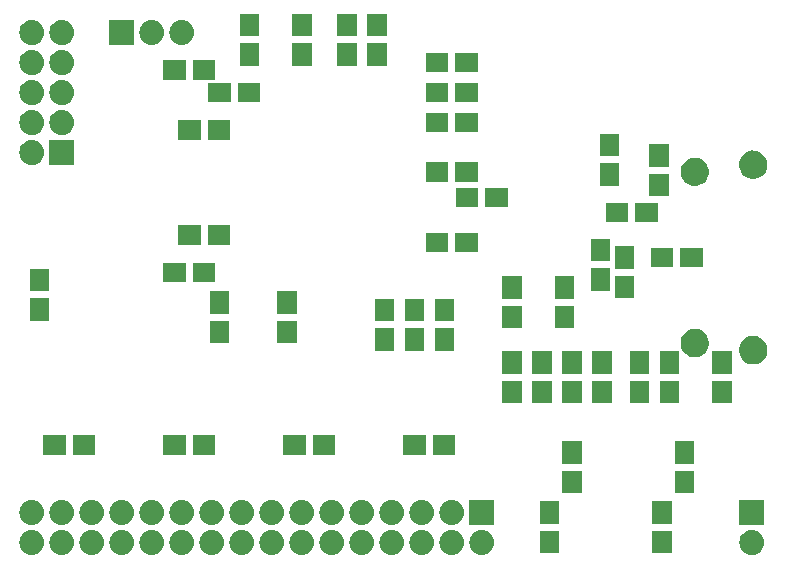
<source format=gbs>
G04 #@! TF.FileFunction,Soldermask,Bot*
%FSLAX46Y46*%
G04 Gerber Fmt 4.6, Leading zero omitted, Abs format (unit mm)*
G04 Created by KiCad (PCBNEW 4.0.4-stable) date 03/04/17 15:12:18*
%MOMM*%
%LPD*%
G01*
G04 APERTURE LIST*
%ADD10C,0.100000*%
G04 APERTURE END LIST*
D10*
G36*
X123401034Y-142476351D02*
X123401052Y-142476357D01*
X123401132Y-142476365D01*
X123596891Y-142536963D01*
X123777153Y-142634430D01*
X123935049Y-142765053D01*
X124064567Y-142923858D01*
X124160773Y-143104795D01*
X124220003Y-143300973D01*
X124240000Y-143504919D01*
X124240000Y-143515154D01*
X124239927Y-143525685D01*
X124239926Y-143525692D01*
X124239898Y-143529741D01*
X124217055Y-143733388D01*
X124155092Y-143928720D01*
X124056369Y-144108296D01*
X123924647Y-144265277D01*
X123764941Y-144393684D01*
X123583337Y-144488624D01*
X123386750Y-144546483D01*
X123386680Y-144546489D01*
X123386661Y-144546495D01*
X123182675Y-144565059D01*
X122978966Y-144543649D01*
X122978948Y-144543643D01*
X122978868Y-144543635D01*
X122783109Y-144483037D01*
X122602847Y-144385570D01*
X122444951Y-144254947D01*
X122315433Y-144096142D01*
X122219227Y-143915205D01*
X122159997Y-143719027D01*
X122140000Y-143515081D01*
X122140000Y-143504846D01*
X122140073Y-143494315D01*
X122140074Y-143494308D01*
X122140102Y-143490259D01*
X122162945Y-143286612D01*
X122224908Y-143091280D01*
X122323631Y-142911704D01*
X122455353Y-142754723D01*
X122615059Y-142626316D01*
X122796663Y-142531376D01*
X122993250Y-142473517D01*
X122993320Y-142473511D01*
X122993339Y-142473505D01*
X123197325Y-142454941D01*
X123401034Y-142476351D01*
X123401034Y-142476351D01*
G37*
G36*
X125941034Y-142476351D02*
X125941052Y-142476357D01*
X125941132Y-142476365D01*
X126136891Y-142536963D01*
X126317153Y-142634430D01*
X126475049Y-142765053D01*
X126604567Y-142923858D01*
X126700773Y-143104795D01*
X126760003Y-143300973D01*
X126780000Y-143504919D01*
X126780000Y-143515154D01*
X126779927Y-143525685D01*
X126779926Y-143525692D01*
X126779898Y-143529741D01*
X126757055Y-143733388D01*
X126695092Y-143928720D01*
X126596369Y-144108296D01*
X126464647Y-144265277D01*
X126304941Y-144393684D01*
X126123337Y-144488624D01*
X125926750Y-144546483D01*
X125926680Y-144546489D01*
X125926661Y-144546495D01*
X125722675Y-144565059D01*
X125518966Y-144543649D01*
X125518948Y-144543643D01*
X125518868Y-144543635D01*
X125323109Y-144483037D01*
X125142847Y-144385570D01*
X124984951Y-144254947D01*
X124855433Y-144096142D01*
X124759227Y-143915205D01*
X124699997Y-143719027D01*
X124680000Y-143515081D01*
X124680000Y-143504846D01*
X124680073Y-143494315D01*
X124680074Y-143494308D01*
X124680102Y-143490259D01*
X124702945Y-143286612D01*
X124764908Y-143091280D01*
X124863631Y-142911704D01*
X124995353Y-142754723D01*
X125155059Y-142626316D01*
X125336663Y-142531376D01*
X125533250Y-142473517D01*
X125533320Y-142473511D01*
X125533339Y-142473505D01*
X125737325Y-142454941D01*
X125941034Y-142476351D01*
X125941034Y-142476351D01*
G37*
G36*
X143721034Y-142476351D02*
X143721052Y-142476357D01*
X143721132Y-142476365D01*
X143916891Y-142536963D01*
X144097153Y-142634430D01*
X144255049Y-142765053D01*
X144384567Y-142923858D01*
X144480773Y-143104795D01*
X144540003Y-143300973D01*
X144560000Y-143504919D01*
X144560000Y-143515154D01*
X144559927Y-143525685D01*
X144559926Y-143525692D01*
X144559898Y-143529741D01*
X144537055Y-143733388D01*
X144475092Y-143928720D01*
X144376369Y-144108296D01*
X144244647Y-144265277D01*
X144084941Y-144393684D01*
X143903337Y-144488624D01*
X143706750Y-144546483D01*
X143706680Y-144546489D01*
X143706661Y-144546495D01*
X143502675Y-144565059D01*
X143298966Y-144543649D01*
X143298948Y-144543643D01*
X143298868Y-144543635D01*
X143103109Y-144483037D01*
X142922847Y-144385570D01*
X142764951Y-144254947D01*
X142635433Y-144096142D01*
X142539227Y-143915205D01*
X142479997Y-143719027D01*
X142460000Y-143515081D01*
X142460000Y-143504846D01*
X142460073Y-143494315D01*
X142460074Y-143494308D01*
X142460102Y-143490259D01*
X142482945Y-143286612D01*
X142544908Y-143091280D01*
X142643631Y-142911704D01*
X142775353Y-142754723D01*
X142935059Y-142626316D01*
X143116663Y-142531376D01*
X143313250Y-142473517D01*
X143313320Y-142473511D01*
X143313339Y-142473505D01*
X143517325Y-142454941D01*
X143721034Y-142476351D01*
X143721034Y-142476351D01*
G37*
G36*
X128481034Y-142476351D02*
X128481052Y-142476357D01*
X128481132Y-142476365D01*
X128676891Y-142536963D01*
X128857153Y-142634430D01*
X129015049Y-142765053D01*
X129144567Y-142923858D01*
X129240773Y-143104795D01*
X129300003Y-143300973D01*
X129320000Y-143504919D01*
X129320000Y-143515154D01*
X129319927Y-143525685D01*
X129319926Y-143525692D01*
X129319898Y-143529741D01*
X129297055Y-143733388D01*
X129235092Y-143928720D01*
X129136369Y-144108296D01*
X129004647Y-144265277D01*
X128844941Y-144393684D01*
X128663337Y-144488624D01*
X128466750Y-144546483D01*
X128466680Y-144546489D01*
X128466661Y-144546495D01*
X128262675Y-144565059D01*
X128058966Y-144543649D01*
X128058948Y-144543643D01*
X128058868Y-144543635D01*
X127863109Y-144483037D01*
X127682847Y-144385570D01*
X127524951Y-144254947D01*
X127395433Y-144096142D01*
X127299227Y-143915205D01*
X127239997Y-143719027D01*
X127220000Y-143515081D01*
X127220000Y-143504846D01*
X127220073Y-143494315D01*
X127220074Y-143494308D01*
X127220102Y-143490259D01*
X127242945Y-143286612D01*
X127304908Y-143091280D01*
X127403631Y-142911704D01*
X127535353Y-142754723D01*
X127695059Y-142626316D01*
X127876663Y-142531376D01*
X128073250Y-142473517D01*
X128073320Y-142473511D01*
X128073339Y-142473505D01*
X128277325Y-142454941D01*
X128481034Y-142476351D01*
X128481034Y-142476351D01*
G37*
G36*
X131021034Y-142476351D02*
X131021052Y-142476357D01*
X131021132Y-142476365D01*
X131216891Y-142536963D01*
X131397153Y-142634430D01*
X131555049Y-142765053D01*
X131684567Y-142923858D01*
X131780773Y-143104795D01*
X131840003Y-143300973D01*
X131860000Y-143504919D01*
X131860000Y-143515154D01*
X131859927Y-143525685D01*
X131859926Y-143525692D01*
X131859898Y-143529741D01*
X131837055Y-143733388D01*
X131775092Y-143928720D01*
X131676369Y-144108296D01*
X131544647Y-144265277D01*
X131384941Y-144393684D01*
X131203337Y-144488624D01*
X131006750Y-144546483D01*
X131006680Y-144546489D01*
X131006661Y-144546495D01*
X130802675Y-144565059D01*
X130598966Y-144543649D01*
X130598948Y-144543643D01*
X130598868Y-144543635D01*
X130403109Y-144483037D01*
X130222847Y-144385570D01*
X130064951Y-144254947D01*
X129935433Y-144096142D01*
X129839227Y-143915205D01*
X129779997Y-143719027D01*
X129760000Y-143515081D01*
X129760000Y-143504846D01*
X129760073Y-143494315D01*
X129760074Y-143494308D01*
X129760102Y-143490259D01*
X129782945Y-143286612D01*
X129844908Y-143091280D01*
X129943631Y-142911704D01*
X130075353Y-142754723D01*
X130235059Y-142626316D01*
X130416663Y-142531376D01*
X130613250Y-142473517D01*
X130613320Y-142473511D01*
X130613339Y-142473505D01*
X130817325Y-142454941D01*
X131021034Y-142476351D01*
X131021034Y-142476351D01*
G37*
G36*
X133561034Y-142476351D02*
X133561052Y-142476357D01*
X133561132Y-142476365D01*
X133756891Y-142536963D01*
X133937153Y-142634430D01*
X134095049Y-142765053D01*
X134224567Y-142923858D01*
X134320773Y-143104795D01*
X134380003Y-143300973D01*
X134400000Y-143504919D01*
X134400000Y-143515154D01*
X134399927Y-143525685D01*
X134399926Y-143525692D01*
X134399898Y-143529741D01*
X134377055Y-143733388D01*
X134315092Y-143928720D01*
X134216369Y-144108296D01*
X134084647Y-144265277D01*
X133924941Y-144393684D01*
X133743337Y-144488624D01*
X133546750Y-144546483D01*
X133546680Y-144546489D01*
X133546661Y-144546495D01*
X133342675Y-144565059D01*
X133138966Y-144543649D01*
X133138948Y-144543643D01*
X133138868Y-144543635D01*
X132943109Y-144483037D01*
X132762847Y-144385570D01*
X132604951Y-144254947D01*
X132475433Y-144096142D01*
X132379227Y-143915205D01*
X132319997Y-143719027D01*
X132300000Y-143515081D01*
X132300000Y-143504846D01*
X132300073Y-143494315D01*
X132300074Y-143494308D01*
X132300102Y-143490259D01*
X132322945Y-143286612D01*
X132384908Y-143091280D01*
X132483631Y-142911704D01*
X132615353Y-142754723D01*
X132775059Y-142626316D01*
X132956663Y-142531376D01*
X133153250Y-142473517D01*
X133153320Y-142473511D01*
X133153339Y-142473505D01*
X133357325Y-142454941D01*
X133561034Y-142476351D01*
X133561034Y-142476351D01*
G37*
G36*
X136101034Y-142476351D02*
X136101052Y-142476357D01*
X136101132Y-142476365D01*
X136296891Y-142536963D01*
X136477153Y-142634430D01*
X136635049Y-142765053D01*
X136764567Y-142923858D01*
X136860773Y-143104795D01*
X136920003Y-143300973D01*
X136940000Y-143504919D01*
X136940000Y-143515154D01*
X136939927Y-143525685D01*
X136939926Y-143525692D01*
X136939898Y-143529741D01*
X136917055Y-143733388D01*
X136855092Y-143928720D01*
X136756369Y-144108296D01*
X136624647Y-144265277D01*
X136464941Y-144393684D01*
X136283337Y-144488624D01*
X136086750Y-144546483D01*
X136086680Y-144546489D01*
X136086661Y-144546495D01*
X135882675Y-144565059D01*
X135678966Y-144543649D01*
X135678948Y-144543643D01*
X135678868Y-144543635D01*
X135483109Y-144483037D01*
X135302847Y-144385570D01*
X135144951Y-144254947D01*
X135015433Y-144096142D01*
X134919227Y-143915205D01*
X134859997Y-143719027D01*
X134840000Y-143515081D01*
X134840000Y-143504846D01*
X134840073Y-143494315D01*
X134840074Y-143494308D01*
X134840102Y-143490259D01*
X134862945Y-143286612D01*
X134924908Y-143091280D01*
X135023631Y-142911704D01*
X135155353Y-142754723D01*
X135315059Y-142626316D01*
X135496663Y-142531376D01*
X135693250Y-142473517D01*
X135693320Y-142473511D01*
X135693339Y-142473505D01*
X135897325Y-142454941D01*
X136101034Y-142476351D01*
X136101034Y-142476351D01*
G37*
G36*
X138641034Y-142476351D02*
X138641052Y-142476357D01*
X138641132Y-142476365D01*
X138836891Y-142536963D01*
X139017153Y-142634430D01*
X139175049Y-142765053D01*
X139304567Y-142923858D01*
X139400773Y-143104795D01*
X139460003Y-143300973D01*
X139480000Y-143504919D01*
X139480000Y-143515154D01*
X139479927Y-143525685D01*
X139479926Y-143525692D01*
X139479898Y-143529741D01*
X139457055Y-143733388D01*
X139395092Y-143928720D01*
X139296369Y-144108296D01*
X139164647Y-144265277D01*
X139004941Y-144393684D01*
X138823337Y-144488624D01*
X138626750Y-144546483D01*
X138626680Y-144546489D01*
X138626661Y-144546495D01*
X138422675Y-144565059D01*
X138218966Y-144543649D01*
X138218948Y-144543643D01*
X138218868Y-144543635D01*
X138023109Y-144483037D01*
X137842847Y-144385570D01*
X137684951Y-144254947D01*
X137555433Y-144096142D01*
X137459227Y-143915205D01*
X137399997Y-143719027D01*
X137380000Y-143515081D01*
X137380000Y-143504846D01*
X137380073Y-143494315D01*
X137380074Y-143494308D01*
X137380102Y-143490259D01*
X137402945Y-143286612D01*
X137464908Y-143091280D01*
X137563631Y-142911704D01*
X137695353Y-142754723D01*
X137855059Y-142626316D01*
X138036663Y-142531376D01*
X138233250Y-142473517D01*
X138233320Y-142473511D01*
X138233339Y-142473505D01*
X138437325Y-142454941D01*
X138641034Y-142476351D01*
X138641034Y-142476351D01*
G37*
G36*
X141181034Y-142476351D02*
X141181052Y-142476357D01*
X141181132Y-142476365D01*
X141376891Y-142536963D01*
X141557153Y-142634430D01*
X141715049Y-142765053D01*
X141844567Y-142923858D01*
X141940773Y-143104795D01*
X142000003Y-143300973D01*
X142020000Y-143504919D01*
X142020000Y-143515154D01*
X142019927Y-143525685D01*
X142019926Y-143525692D01*
X142019898Y-143529741D01*
X141997055Y-143733388D01*
X141935092Y-143928720D01*
X141836369Y-144108296D01*
X141704647Y-144265277D01*
X141544941Y-144393684D01*
X141363337Y-144488624D01*
X141166750Y-144546483D01*
X141166680Y-144546489D01*
X141166661Y-144546495D01*
X140962675Y-144565059D01*
X140758966Y-144543649D01*
X140758948Y-144543643D01*
X140758868Y-144543635D01*
X140563109Y-144483037D01*
X140382847Y-144385570D01*
X140224951Y-144254947D01*
X140095433Y-144096142D01*
X139999227Y-143915205D01*
X139939997Y-143719027D01*
X139920000Y-143515081D01*
X139920000Y-143504846D01*
X139920073Y-143494315D01*
X139920074Y-143494308D01*
X139920102Y-143490259D01*
X139942945Y-143286612D01*
X140004908Y-143091280D01*
X140103631Y-142911704D01*
X140235353Y-142754723D01*
X140395059Y-142626316D01*
X140576663Y-142531376D01*
X140773250Y-142473517D01*
X140773320Y-142473511D01*
X140773339Y-142473505D01*
X140977325Y-142454941D01*
X141181034Y-142476351D01*
X141181034Y-142476351D01*
G37*
G36*
X148801034Y-142476351D02*
X148801052Y-142476357D01*
X148801132Y-142476365D01*
X148996891Y-142536963D01*
X149177153Y-142634430D01*
X149335049Y-142765053D01*
X149464567Y-142923858D01*
X149560773Y-143104795D01*
X149620003Y-143300973D01*
X149640000Y-143504919D01*
X149640000Y-143515154D01*
X149639927Y-143525685D01*
X149639926Y-143525692D01*
X149639898Y-143529741D01*
X149617055Y-143733388D01*
X149555092Y-143928720D01*
X149456369Y-144108296D01*
X149324647Y-144265277D01*
X149164941Y-144393684D01*
X148983337Y-144488624D01*
X148786750Y-144546483D01*
X148786680Y-144546489D01*
X148786661Y-144546495D01*
X148582675Y-144565059D01*
X148378966Y-144543649D01*
X148378948Y-144543643D01*
X148378868Y-144543635D01*
X148183109Y-144483037D01*
X148002847Y-144385570D01*
X147844951Y-144254947D01*
X147715433Y-144096142D01*
X147619227Y-143915205D01*
X147559997Y-143719027D01*
X147540000Y-143515081D01*
X147540000Y-143504846D01*
X147540073Y-143494315D01*
X147540074Y-143494308D01*
X147540102Y-143490259D01*
X147562945Y-143286612D01*
X147624908Y-143091280D01*
X147723631Y-142911704D01*
X147855353Y-142754723D01*
X148015059Y-142626316D01*
X148196663Y-142531376D01*
X148393250Y-142473517D01*
X148393320Y-142473511D01*
X148393339Y-142473505D01*
X148597325Y-142454941D01*
X148801034Y-142476351D01*
X148801034Y-142476351D01*
G37*
G36*
X146261034Y-142476351D02*
X146261052Y-142476357D01*
X146261132Y-142476365D01*
X146456891Y-142536963D01*
X146637153Y-142634430D01*
X146795049Y-142765053D01*
X146924567Y-142923858D01*
X147020773Y-143104795D01*
X147080003Y-143300973D01*
X147100000Y-143504919D01*
X147100000Y-143515154D01*
X147099927Y-143525685D01*
X147099926Y-143525692D01*
X147099898Y-143529741D01*
X147077055Y-143733388D01*
X147015092Y-143928720D01*
X146916369Y-144108296D01*
X146784647Y-144265277D01*
X146624941Y-144393684D01*
X146443337Y-144488624D01*
X146246750Y-144546483D01*
X146246680Y-144546489D01*
X146246661Y-144546495D01*
X146042675Y-144565059D01*
X145838966Y-144543649D01*
X145838948Y-144543643D01*
X145838868Y-144543635D01*
X145643109Y-144483037D01*
X145462847Y-144385570D01*
X145304951Y-144254947D01*
X145175433Y-144096142D01*
X145079227Y-143915205D01*
X145019997Y-143719027D01*
X145000000Y-143515081D01*
X145000000Y-143504846D01*
X145000073Y-143494315D01*
X145000074Y-143494308D01*
X145000102Y-143490259D01*
X145022945Y-143286612D01*
X145084908Y-143091280D01*
X145183631Y-142911704D01*
X145315353Y-142754723D01*
X145475059Y-142626316D01*
X145656663Y-142531376D01*
X145853250Y-142473517D01*
X145853320Y-142473511D01*
X145853339Y-142473505D01*
X146057325Y-142454941D01*
X146261034Y-142476351D01*
X146261034Y-142476351D01*
G37*
G36*
X161501034Y-142476351D02*
X161501052Y-142476357D01*
X161501132Y-142476365D01*
X161696891Y-142536963D01*
X161877153Y-142634430D01*
X162035049Y-142765053D01*
X162164567Y-142923858D01*
X162260773Y-143104795D01*
X162320003Y-143300973D01*
X162340000Y-143504919D01*
X162340000Y-143515154D01*
X162339927Y-143525685D01*
X162339926Y-143525692D01*
X162339898Y-143529741D01*
X162317055Y-143733388D01*
X162255092Y-143928720D01*
X162156369Y-144108296D01*
X162024647Y-144265277D01*
X161864941Y-144393684D01*
X161683337Y-144488624D01*
X161486750Y-144546483D01*
X161486680Y-144546489D01*
X161486661Y-144546495D01*
X161282675Y-144565059D01*
X161078966Y-144543649D01*
X161078948Y-144543643D01*
X161078868Y-144543635D01*
X160883109Y-144483037D01*
X160702847Y-144385570D01*
X160544951Y-144254947D01*
X160415433Y-144096142D01*
X160319227Y-143915205D01*
X160259997Y-143719027D01*
X160240000Y-143515081D01*
X160240000Y-143504846D01*
X160240073Y-143494315D01*
X160240074Y-143494308D01*
X160240102Y-143490259D01*
X160262945Y-143286612D01*
X160324908Y-143091280D01*
X160423631Y-142911704D01*
X160555353Y-142754723D01*
X160715059Y-142626316D01*
X160896663Y-142531376D01*
X161093250Y-142473517D01*
X161093320Y-142473511D01*
X161093339Y-142473505D01*
X161297325Y-142454941D01*
X161501034Y-142476351D01*
X161501034Y-142476351D01*
G37*
G36*
X158961034Y-142476351D02*
X158961052Y-142476357D01*
X158961132Y-142476365D01*
X159156891Y-142536963D01*
X159337153Y-142634430D01*
X159495049Y-142765053D01*
X159624567Y-142923858D01*
X159720773Y-143104795D01*
X159780003Y-143300973D01*
X159800000Y-143504919D01*
X159800000Y-143515154D01*
X159799927Y-143525685D01*
X159799926Y-143525692D01*
X159799898Y-143529741D01*
X159777055Y-143733388D01*
X159715092Y-143928720D01*
X159616369Y-144108296D01*
X159484647Y-144265277D01*
X159324941Y-144393684D01*
X159143337Y-144488624D01*
X158946750Y-144546483D01*
X158946680Y-144546489D01*
X158946661Y-144546495D01*
X158742675Y-144565059D01*
X158538966Y-144543649D01*
X158538948Y-144543643D01*
X158538868Y-144543635D01*
X158343109Y-144483037D01*
X158162847Y-144385570D01*
X158004951Y-144254947D01*
X157875433Y-144096142D01*
X157779227Y-143915205D01*
X157719997Y-143719027D01*
X157700000Y-143515081D01*
X157700000Y-143504846D01*
X157700073Y-143494315D01*
X157700074Y-143494308D01*
X157700102Y-143490259D01*
X157722945Y-143286612D01*
X157784908Y-143091280D01*
X157883631Y-142911704D01*
X158015353Y-142754723D01*
X158175059Y-142626316D01*
X158356663Y-142531376D01*
X158553250Y-142473517D01*
X158553320Y-142473511D01*
X158553339Y-142473505D01*
X158757325Y-142454941D01*
X158961034Y-142476351D01*
X158961034Y-142476351D01*
G37*
G36*
X153881034Y-142476351D02*
X153881052Y-142476357D01*
X153881132Y-142476365D01*
X154076891Y-142536963D01*
X154257153Y-142634430D01*
X154415049Y-142765053D01*
X154544567Y-142923858D01*
X154640773Y-143104795D01*
X154700003Y-143300973D01*
X154720000Y-143504919D01*
X154720000Y-143515154D01*
X154719927Y-143525685D01*
X154719926Y-143525692D01*
X154719898Y-143529741D01*
X154697055Y-143733388D01*
X154635092Y-143928720D01*
X154536369Y-144108296D01*
X154404647Y-144265277D01*
X154244941Y-144393684D01*
X154063337Y-144488624D01*
X153866750Y-144546483D01*
X153866680Y-144546489D01*
X153866661Y-144546495D01*
X153662675Y-144565059D01*
X153458966Y-144543649D01*
X153458948Y-144543643D01*
X153458868Y-144543635D01*
X153263109Y-144483037D01*
X153082847Y-144385570D01*
X152924951Y-144254947D01*
X152795433Y-144096142D01*
X152699227Y-143915205D01*
X152639997Y-143719027D01*
X152620000Y-143515081D01*
X152620000Y-143504846D01*
X152620073Y-143494315D01*
X152620074Y-143494308D01*
X152620102Y-143490259D01*
X152642945Y-143286612D01*
X152704908Y-143091280D01*
X152803631Y-142911704D01*
X152935353Y-142754723D01*
X153095059Y-142626316D01*
X153276663Y-142531376D01*
X153473250Y-142473517D01*
X153473320Y-142473511D01*
X153473339Y-142473505D01*
X153677325Y-142454941D01*
X153881034Y-142476351D01*
X153881034Y-142476351D01*
G37*
G36*
X151341034Y-142476351D02*
X151341052Y-142476357D01*
X151341132Y-142476365D01*
X151536891Y-142536963D01*
X151717153Y-142634430D01*
X151875049Y-142765053D01*
X152004567Y-142923858D01*
X152100773Y-143104795D01*
X152160003Y-143300973D01*
X152180000Y-143504919D01*
X152180000Y-143515154D01*
X152179927Y-143525685D01*
X152179926Y-143525692D01*
X152179898Y-143529741D01*
X152157055Y-143733388D01*
X152095092Y-143928720D01*
X151996369Y-144108296D01*
X151864647Y-144265277D01*
X151704941Y-144393684D01*
X151523337Y-144488624D01*
X151326750Y-144546483D01*
X151326680Y-144546489D01*
X151326661Y-144546495D01*
X151122675Y-144565059D01*
X150918966Y-144543649D01*
X150918948Y-144543643D01*
X150918868Y-144543635D01*
X150723109Y-144483037D01*
X150542847Y-144385570D01*
X150384951Y-144254947D01*
X150255433Y-144096142D01*
X150159227Y-143915205D01*
X150099997Y-143719027D01*
X150080000Y-143515081D01*
X150080000Y-143504846D01*
X150080073Y-143494315D01*
X150080074Y-143494308D01*
X150080102Y-143490259D01*
X150102945Y-143286612D01*
X150164908Y-143091280D01*
X150263631Y-142911704D01*
X150395353Y-142754723D01*
X150555059Y-142626316D01*
X150736663Y-142531376D01*
X150933250Y-142473517D01*
X150933320Y-142473511D01*
X150933339Y-142473505D01*
X151137325Y-142454941D01*
X151341034Y-142476351D01*
X151341034Y-142476351D01*
G37*
G36*
X156421034Y-142476351D02*
X156421052Y-142476357D01*
X156421132Y-142476365D01*
X156616891Y-142536963D01*
X156797153Y-142634430D01*
X156955049Y-142765053D01*
X157084567Y-142923858D01*
X157180773Y-143104795D01*
X157240003Y-143300973D01*
X157260000Y-143504919D01*
X157260000Y-143515154D01*
X157259927Y-143525685D01*
X157259926Y-143525692D01*
X157259898Y-143529741D01*
X157237055Y-143733388D01*
X157175092Y-143928720D01*
X157076369Y-144108296D01*
X156944647Y-144265277D01*
X156784941Y-144393684D01*
X156603337Y-144488624D01*
X156406750Y-144546483D01*
X156406680Y-144546489D01*
X156406661Y-144546495D01*
X156202675Y-144565059D01*
X155998966Y-144543649D01*
X155998948Y-144543643D01*
X155998868Y-144543635D01*
X155803109Y-144483037D01*
X155622847Y-144385570D01*
X155464951Y-144254947D01*
X155335433Y-144096142D01*
X155239227Y-143915205D01*
X155179997Y-143719027D01*
X155160000Y-143515081D01*
X155160000Y-143504846D01*
X155160073Y-143494315D01*
X155160074Y-143494308D01*
X155160102Y-143490259D01*
X155182945Y-143286612D01*
X155244908Y-143091280D01*
X155343631Y-142911704D01*
X155475353Y-142754723D01*
X155635059Y-142626316D01*
X155816663Y-142531376D01*
X156013250Y-142473517D01*
X156013320Y-142473511D01*
X156013339Y-142473505D01*
X156217325Y-142454941D01*
X156421034Y-142476351D01*
X156421034Y-142476351D01*
G37*
G36*
X184165685Y-142460073D02*
X184165692Y-142460074D01*
X184169741Y-142460102D01*
X184373388Y-142482945D01*
X184568720Y-142544908D01*
X184748296Y-142643631D01*
X184905277Y-142775353D01*
X185033684Y-142935059D01*
X185128624Y-143116663D01*
X185186483Y-143313250D01*
X185186489Y-143313320D01*
X185186495Y-143313339D01*
X185205059Y-143517325D01*
X185183649Y-143721034D01*
X185183643Y-143721052D01*
X185183635Y-143721132D01*
X185123037Y-143916891D01*
X185025570Y-144097153D01*
X184894947Y-144255049D01*
X184736142Y-144384567D01*
X184555205Y-144480773D01*
X184359027Y-144540003D01*
X184155081Y-144560000D01*
X184144846Y-144560000D01*
X184134315Y-144559927D01*
X184134308Y-144559926D01*
X184130259Y-144559898D01*
X183926612Y-144537055D01*
X183731280Y-144475092D01*
X183551704Y-144376369D01*
X183394723Y-144244647D01*
X183266316Y-144084941D01*
X183171376Y-143903337D01*
X183113517Y-143706750D01*
X183113511Y-143706680D01*
X183113505Y-143706661D01*
X183094941Y-143502675D01*
X183116351Y-143298966D01*
X183116357Y-143298948D01*
X183116365Y-143298868D01*
X183176963Y-143103109D01*
X183274430Y-142922847D01*
X183405053Y-142764951D01*
X183563858Y-142635433D01*
X183744795Y-142539227D01*
X183940973Y-142479997D01*
X184144919Y-142460000D01*
X184155154Y-142460000D01*
X184165685Y-142460073D01*
X184165685Y-142460073D01*
G37*
G36*
X167830000Y-144440000D02*
X166180000Y-144440000D01*
X166180000Y-142540000D01*
X167830000Y-142540000D01*
X167830000Y-144440000D01*
X167830000Y-144440000D01*
G37*
G36*
X177355000Y-144440000D02*
X175705000Y-144440000D01*
X175705000Y-142540000D01*
X177355000Y-142540000D01*
X177355000Y-144440000D01*
X177355000Y-144440000D01*
G37*
G36*
X138641034Y-139936351D02*
X138641052Y-139936357D01*
X138641132Y-139936365D01*
X138836891Y-139996963D01*
X139017153Y-140094430D01*
X139175049Y-140225053D01*
X139304567Y-140383858D01*
X139400773Y-140564795D01*
X139460003Y-140760973D01*
X139480000Y-140964919D01*
X139480000Y-140975154D01*
X139479927Y-140985685D01*
X139479926Y-140985692D01*
X139479898Y-140989741D01*
X139457055Y-141193388D01*
X139395092Y-141388720D01*
X139296369Y-141568296D01*
X139164647Y-141725277D01*
X139004941Y-141853684D01*
X138823337Y-141948624D01*
X138626750Y-142006483D01*
X138626680Y-142006489D01*
X138626661Y-142006495D01*
X138422675Y-142025059D01*
X138218966Y-142003649D01*
X138218948Y-142003643D01*
X138218868Y-142003635D01*
X138023109Y-141943037D01*
X137842847Y-141845570D01*
X137684951Y-141714947D01*
X137555433Y-141556142D01*
X137459227Y-141375205D01*
X137399997Y-141179027D01*
X137380000Y-140975081D01*
X137380000Y-140964846D01*
X137380073Y-140954315D01*
X137380074Y-140954308D01*
X137380102Y-140950259D01*
X137402945Y-140746612D01*
X137464908Y-140551280D01*
X137563631Y-140371704D01*
X137695353Y-140214723D01*
X137855059Y-140086316D01*
X138036663Y-139991376D01*
X138233250Y-139933517D01*
X138233320Y-139933511D01*
X138233339Y-139933505D01*
X138437325Y-139914941D01*
X138641034Y-139936351D01*
X138641034Y-139936351D01*
G37*
G36*
X158961034Y-139936351D02*
X158961052Y-139936357D01*
X158961132Y-139936365D01*
X159156891Y-139996963D01*
X159337153Y-140094430D01*
X159495049Y-140225053D01*
X159624567Y-140383858D01*
X159720773Y-140564795D01*
X159780003Y-140760973D01*
X159800000Y-140964919D01*
X159800000Y-140975154D01*
X159799927Y-140985685D01*
X159799926Y-140985692D01*
X159799898Y-140989741D01*
X159777055Y-141193388D01*
X159715092Y-141388720D01*
X159616369Y-141568296D01*
X159484647Y-141725277D01*
X159324941Y-141853684D01*
X159143337Y-141948624D01*
X158946750Y-142006483D01*
X158946680Y-142006489D01*
X158946661Y-142006495D01*
X158742675Y-142025059D01*
X158538966Y-142003649D01*
X158538948Y-142003643D01*
X158538868Y-142003635D01*
X158343109Y-141943037D01*
X158162847Y-141845570D01*
X158004951Y-141714947D01*
X157875433Y-141556142D01*
X157779227Y-141375205D01*
X157719997Y-141179027D01*
X157700000Y-140975081D01*
X157700000Y-140964846D01*
X157700073Y-140954315D01*
X157700074Y-140954308D01*
X157700102Y-140950259D01*
X157722945Y-140746612D01*
X157784908Y-140551280D01*
X157883631Y-140371704D01*
X158015353Y-140214723D01*
X158175059Y-140086316D01*
X158356663Y-139991376D01*
X158553250Y-139933517D01*
X158553320Y-139933511D01*
X158553339Y-139933505D01*
X158757325Y-139914941D01*
X158961034Y-139936351D01*
X158961034Y-139936351D01*
G37*
G36*
X153881034Y-139936351D02*
X153881052Y-139936357D01*
X153881132Y-139936365D01*
X154076891Y-139996963D01*
X154257153Y-140094430D01*
X154415049Y-140225053D01*
X154544567Y-140383858D01*
X154640773Y-140564795D01*
X154700003Y-140760973D01*
X154720000Y-140964919D01*
X154720000Y-140975154D01*
X154719927Y-140985685D01*
X154719926Y-140985692D01*
X154719898Y-140989741D01*
X154697055Y-141193388D01*
X154635092Y-141388720D01*
X154536369Y-141568296D01*
X154404647Y-141725277D01*
X154244941Y-141853684D01*
X154063337Y-141948624D01*
X153866750Y-142006483D01*
X153866680Y-142006489D01*
X153866661Y-142006495D01*
X153662675Y-142025059D01*
X153458966Y-142003649D01*
X153458948Y-142003643D01*
X153458868Y-142003635D01*
X153263109Y-141943037D01*
X153082847Y-141845570D01*
X152924951Y-141714947D01*
X152795433Y-141556142D01*
X152699227Y-141375205D01*
X152639997Y-141179027D01*
X152620000Y-140975081D01*
X152620000Y-140964846D01*
X152620073Y-140954315D01*
X152620074Y-140954308D01*
X152620102Y-140950259D01*
X152642945Y-140746612D01*
X152704908Y-140551280D01*
X152803631Y-140371704D01*
X152935353Y-140214723D01*
X153095059Y-140086316D01*
X153276663Y-139991376D01*
X153473250Y-139933517D01*
X153473320Y-139933511D01*
X153473339Y-139933505D01*
X153677325Y-139914941D01*
X153881034Y-139936351D01*
X153881034Y-139936351D01*
G37*
G36*
X151341034Y-139936351D02*
X151341052Y-139936357D01*
X151341132Y-139936365D01*
X151536891Y-139996963D01*
X151717153Y-140094430D01*
X151875049Y-140225053D01*
X152004567Y-140383858D01*
X152100773Y-140564795D01*
X152160003Y-140760973D01*
X152180000Y-140964919D01*
X152180000Y-140975154D01*
X152179927Y-140985685D01*
X152179926Y-140985692D01*
X152179898Y-140989741D01*
X152157055Y-141193388D01*
X152095092Y-141388720D01*
X151996369Y-141568296D01*
X151864647Y-141725277D01*
X151704941Y-141853684D01*
X151523337Y-141948624D01*
X151326750Y-142006483D01*
X151326680Y-142006489D01*
X151326661Y-142006495D01*
X151122675Y-142025059D01*
X150918966Y-142003649D01*
X150918948Y-142003643D01*
X150918868Y-142003635D01*
X150723109Y-141943037D01*
X150542847Y-141845570D01*
X150384951Y-141714947D01*
X150255433Y-141556142D01*
X150159227Y-141375205D01*
X150099997Y-141179027D01*
X150080000Y-140975081D01*
X150080000Y-140964846D01*
X150080073Y-140954315D01*
X150080074Y-140954308D01*
X150080102Y-140950259D01*
X150102945Y-140746612D01*
X150164908Y-140551280D01*
X150263631Y-140371704D01*
X150395353Y-140214723D01*
X150555059Y-140086316D01*
X150736663Y-139991376D01*
X150933250Y-139933517D01*
X150933320Y-139933511D01*
X150933339Y-139933505D01*
X151137325Y-139914941D01*
X151341034Y-139936351D01*
X151341034Y-139936351D01*
G37*
G36*
X148801034Y-139936351D02*
X148801052Y-139936357D01*
X148801132Y-139936365D01*
X148996891Y-139996963D01*
X149177153Y-140094430D01*
X149335049Y-140225053D01*
X149464567Y-140383858D01*
X149560773Y-140564795D01*
X149620003Y-140760973D01*
X149640000Y-140964919D01*
X149640000Y-140975154D01*
X149639927Y-140985685D01*
X149639926Y-140985692D01*
X149639898Y-140989741D01*
X149617055Y-141193388D01*
X149555092Y-141388720D01*
X149456369Y-141568296D01*
X149324647Y-141725277D01*
X149164941Y-141853684D01*
X148983337Y-141948624D01*
X148786750Y-142006483D01*
X148786680Y-142006489D01*
X148786661Y-142006495D01*
X148582675Y-142025059D01*
X148378966Y-142003649D01*
X148378948Y-142003643D01*
X148378868Y-142003635D01*
X148183109Y-141943037D01*
X148002847Y-141845570D01*
X147844951Y-141714947D01*
X147715433Y-141556142D01*
X147619227Y-141375205D01*
X147559997Y-141179027D01*
X147540000Y-140975081D01*
X147540000Y-140964846D01*
X147540073Y-140954315D01*
X147540074Y-140954308D01*
X147540102Y-140950259D01*
X147562945Y-140746612D01*
X147624908Y-140551280D01*
X147723631Y-140371704D01*
X147855353Y-140214723D01*
X148015059Y-140086316D01*
X148196663Y-139991376D01*
X148393250Y-139933517D01*
X148393320Y-139933511D01*
X148393339Y-139933505D01*
X148597325Y-139914941D01*
X148801034Y-139936351D01*
X148801034Y-139936351D01*
G37*
G36*
X146261034Y-139936351D02*
X146261052Y-139936357D01*
X146261132Y-139936365D01*
X146456891Y-139996963D01*
X146637153Y-140094430D01*
X146795049Y-140225053D01*
X146924567Y-140383858D01*
X147020773Y-140564795D01*
X147080003Y-140760973D01*
X147100000Y-140964919D01*
X147100000Y-140975154D01*
X147099927Y-140985685D01*
X147099926Y-140985692D01*
X147099898Y-140989741D01*
X147077055Y-141193388D01*
X147015092Y-141388720D01*
X146916369Y-141568296D01*
X146784647Y-141725277D01*
X146624941Y-141853684D01*
X146443337Y-141948624D01*
X146246750Y-142006483D01*
X146246680Y-142006489D01*
X146246661Y-142006495D01*
X146042675Y-142025059D01*
X145838966Y-142003649D01*
X145838948Y-142003643D01*
X145838868Y-142003635D01*
X145643109Y-141943037D01*
X145462847Y-141845570D01*
X145304951Y-141714947D01*
X145175433Y-141556142D01*
X145079227Y-141375205D01*
X145019997Y-141179027D01*
X145000000Y-140975081D01*
X145000000Y-140964846D01*
X145000073Y-140954315D01*
X145000074Y-140954308D01*
X145000102Y-140950259D01*
X145022945Y-140746612D01*
X145084908Y-140551280D01*
X145183631Y-140371704D01*
X145315353Y-140214723D01*
X145475059Y-140086316D01*
X145656663Y-139991376D01*
X145853250Y-139933517D01*
X145853320Y-139933511D01*
X145853339Y-139933505D01*
X146057325Y-139914941D01*
X146261034Y-139936351D01*
X146261034Y-139936351D01*
G37*
G36*
X156421034Y-139936351D02*
X156421052Y-139936357D01*
X156421132Y-139936365D01*
X156616891Y-139996963D01*
X156797153Y-140094430D01*
X156955049Y-140225053D01*
X157084567Y-140383858D01*
X157180773Y-140564795D01*
X157240003Y-140760973D01*
X157260000Y-140964919D01*
X157260000Y-140975154D01*
X157259927Y-140985685D01*
X157259926Y-140985692D01*
X157259898Y-140989741D01*
X157237055Y-141193388D01*
X157175092Y-141388720D01*
X157076369Y-141568296D01*
X156944647Y-141725277D01*
X156784941Y-141853684D01*
X156603337Y-141948624D01*
X156406750Y-142006483D01*
X156406680Y-142006489D01*
X156406661Y-142006495D01*
X156202675Y-142025059D01*
X155998966Y-142003649D01*
X155998948Y-142003643D01*
X155998868Y-142003635D01*
X155803109Y-141943037D01*
X155622847Y-141845570D01*
X155464951Y-141714947D01*
X155335433Y-141556142D01*
X155239227Y-141375205D01*
X155179997Y-141179027D01*
X155160000Y-140975081D01*
X155160000Y-140964846D01*
X155160073Y-140954315D01*
X155160074Y-140954308D01*
X155160102Y-140950259D01*
X155182945Y-140746612D01*
X155244908Y-140551280D01*
X155343631Y-140371704D01*
X155475353Y-140214723D01*
X155635059Y-140086316D01*
X155816663Y-139991376D01*
X156013250Y-139933517D01*
X156013320Y-139933511D01*
X156013339Y-139933505D01*
X156217325Y-139914941D01*
X156421034Y-139936351D01*
X156421034Y-139936351D01*
G37*
G36*
X143721034Y-139936351D02*
X143721052Y-139936357D01*
X143721132Y-139936365D01*
X143916891Y-139996963D01*
X144097153Y-140094430D01*
X144255049Y-140225053D01*
X144384567Y-140383858D01*
X144480773Y-140564795D01*
X144540003Y-140760973D01*
X144560000Y-140964919D01*
X144560000Y-140975154D01*
X144559927Y-140985685D01*
X144559926Y-140985692D01*
X144559898Y-140989741D01*
X144537055Y-141193388D01*
X144475092Y-141388720D01*
X144376369Y-141568296D01*
X144244647Y-141725277D01*
X144084941Y-141853684D01*
X143903337Y-141948624D01*
X143706750Y-142006483D01*
X143706680Y-142006489D01*
X143706661Y-142006495D01*
X143502675Y-142025059D01*
X143298966Y-142003649D01*
X143298948Y-142003643D01*
X143298868Y-142003635D01*
X143103109Y-141943037D01*
X142922847Y-141845570D01*
X142764951Y-141714947D01*
X142635433Y-141556142D01*
X142539227Y-141375205D01*
X142479997Y-141179027D01*
X142460000Y-140975081D01*
X142460000Y-140964846D01*
X142460073Y-140954315D01*
X142460074Y-140954308D01*
X142460102Y-140950259D01*
X142482945Y-140746612D01*
X142544908Y-140551280D01*
X142643631Y-140371704D01*
X142775353Y-140214723D01*
X142935059Y-140086316D01*
X143116663Y-139991376D01*
X143313250Y-139933517D01*
X143313320Y-139933511D01*
X143313339Y-139933505D01*
X143517325Y-139914941D01*
X143721034Y-139936351D01*
X143721034Y-139936351D01*
G37*
G36*
X136101034Y-139936351D02*
X136101052Y-139936357D01*
X136101132Y-139936365D01*
X136296891Y-139996963D01*
X136477153Y-140094430D01*
X136635049Y-140225053D01*
X136764567Y-140383858D01*
X136860773Y-140564795D01*
X136920003Y-140760973D01*
X136940000Y-140964919D01*
X136940000Y-140975154D01*
X136939927Y-140985685D01*
X136939926Y-140985692D01*
X136939898Y-140989741D01*
X136917055Y-141193388D01*
X136855092Y-141388720D01*
X136756369Y-141568296D01*
X136624647Y-141725277D01*
X136464941Y-141853684D01*
X136283337Y-141948624D01*
X136086750Y-142006483D01*
X136086680Y-142006489D01*
X136086661Y-142006495D01*
X135882675Y-142025059D01*
X135678966Y-142003649D01*
X135678948Y-142003643D01*
X135678868Y-142003635D01*
X135483109Y-141943037D01*
X135302847Y-141845570D01*
X135144951Y-141714947D01*
X135015433Y-141556142D01*
X134919227Y-141375205D01*
X134859997Y-141179027D01*
X134840000Y-140975081D01*
X134840000Y-140964846D01*
X134840073Y-140954315D01*
X134840074Y-140954308D01*
X134840102Y-140950259D01*
X134862945Y-140746612D01*
X134924908Y-140551280D01*
X135023631Y-140371704D01*
X135155353Y-140214723D01*
X135315059Y-140086316D01*
X135496663Y-139991376D01*
X135693250Y-139933517D01*
X135693320Y-139933511D01*
X135693339Y-139933505D01*
X135897325Y-139914941D01*
X136101034Y-139936351D01*
X136101034Y-139936351D01*
G37*
G36*
X133561034Y-139936351D02*
X133561052Y-139936357D01*
X133561132Y-139936365D01*
X133756891Y-139996963D01*
X133937153Y-140094430D01*
X134095049Y-140225053D01*
X134224567Y-140383858D01*
X134320773Y-140564795D01*
X134380003Y-140760973D01*
X134400000Y-140964919D01*
X134400000Y-140975154D01*
X134399927Y-140985685D01*
X134399926Y-140985692D01*
X134399898Y-140989741D01*
X134377055Y-141193388D01*
X134315092Y-141388720D01*
X134216369Y-141568296D01*
X134084647Y-141725277D01*
X133924941Y-141853684D01*
X133743337Y-141948624D01*
X133546750Y-142006483D01*
X133546680Y-142006489D01*
X133546661Y-142006495D01*
X133342675Y-142025059D01*
X133138966Y-142003649D01*
X133138948Y-142003643D01*
X133138868Y-142003635D01*
X132943109Y-141943037D01*
X132762847Y-141845570D01*
X132604951Y-141714947D01*
X132475433Y-141556142D01*
X132379227Y-141375205D01*
X132319997Y-141179027D01*
X132300000Y-140975081D01*
X132300000Y-140964846D01*
X132300073Y-140954315D01*
X132300074Y-140954308D01*
X132300102Y-140950259D01*
X132322945Y-140746612D01*
X132384908Y-140551280D01*
X132483631Y-140371704D01*
X132615353Y-140214723D01*
X132775059Y-140086316D01*
X132956663Y-139991376D01*
X133153250Y-139933517D01*
X133153320Y-139933511D01*
X133153339Y-139933505D01*
X133357325Y-139914941D01*
X133561034Y-139936351D01*
X133561034Y-139936351D01*
G37*
G36*
X131021034Y-139936351D02*
X131021052Y-139936357D01*
X131021132Y-139936365D01*
X131216891Y-139996963D01*
X131397153Y-140094430D01*
X131555049Y-140225053D01*
X131684567Y-140383858D01*
X131780773Y-140564795D01*
X131840003Y-140760973D01*
X131860000Y-140964919D01*
X131860000Y-140975154D01*
X131859927Y-140985685D01*
X131859926Y-140985692D01*
X131859898Y-140989741D01*
X131837055Y-141193388D01*
X131775092Y-141388720D01*
X131676369Y-141568296D01*
X131544647Y-141725277D01*
X131384941Y-141853684D01*
X131203337Y-141948624D01*
X131006750Y-142006483D01*
X131006680Y-142006489D01*
X131006661Y-142006495D01*
X130802675Y-142025059D01*
X130598966Y-142003649D01*
X130598948Y-142003643D01*
X130598868Y-142003635D01*
X130403109Y-141943037D01*
X130222847Y-141845570D01*
X130064951Y-141714947D01*
X129935433Y-141556142D01*
X129839227Y-141375205D01*
X129779997Y-141179027D01*
X129760000Y-140975081D01*
X129760000Y-140964846D01*
X129760073Y-140954315D01*
X129760074Y-140954308D01*
X129760102Y-140950259D01*
X129782945Y-140746612D01*
X129844908Y-140551280D01*
X129943631Y-140371704D01*
X130075353Y-140214723D01*
X130235059Y-140086316D01*
X130416663Y-139991376D01*
X130613250Y-139933517D01*
X130613320Y-139933511D01*
X130613339Y-139933505D01*
X130817325Y-139914941D01*
X131021034Y-139936351D01*
X131021034Y-139936351D01*
G37*
G36*
X128481034Y-139936351D02*
X128481052Y-139936357D01*
X128481132Y-139936365D01*
X128676891Y-139996963D01*
X128857153Y-140094430D01*
X129015049Y-140225053D01*
X129144567Y-140383858D01*
X129240773Y-140564795D01*
X129300003Y-140760973D01*
X129320000Y-140964919D01*
X129320000Y-140975154D01*
X129319927Y-140985685D01*
X129319926Y-140985692D01*
X129319898Y-140989741D01*
X129297055Y-141193388D01*
X129235092Y-141388720D01*
X129136369Y-141568296D01*
X129004647Y-141725277D01*
X128844941Y-141853684D01*
X128663337Y-141948624D01*
X128466750Y-142006483D01*
X128466680Y-142006489D01*
X128466661Y-142006495D01*
X128262675Y-142025059D01*
X128058966Y-142003649D01*
X128058948Y-142003643D01*
X128058868Y-142003635D01*
X127863109Y-141943037D01*
X127682847Y-141845570D01*
X127524951Y-141714947D01*
X127395433Y-141556142D01*
X127299227Y-141375205D01*
X127239997Y-141179027D01*
X127220000Y-140975081D01*
X127220000Y-140964846D01*
X127220073Y-140954315D01*
X127220074Y-140954308D01*
X127220102Y-140950259D01*
X127242945Y-140746612D01*
X127304908Y-140551280D01*
X127403631Y-140371704D01*
X127535353Y-140214723D01*
X127695059Y-140086316D01*
X127876663Y-139991376D01*
X128073250Y-139933517D01*
X128073320Y-139933511D01*
X128073339Y-139933505D01*
X128277325Y-139914941D01*
X128481034Y-139936351D01*
X128481034Y-139936351D01*
G37*
G36*
X125941034Y-139936351D02*
X125941052Y-139936357D01*
X125941132Y-139936365D01*
X126136891Y-139996963D01*
X126317153Y-140094430D01*
X126475049Y-140225053D01*
X126604567Y-140383858D01*
X126700773Y-140564795D01*
X126760003Y-140760973D01*
X126780000Y-140964919D01*
X126780000Y-140975154D01*
X126779927Y-140985685D01*
X126779926Y-140985692D01*
X126779898Y-140989741D01*
X126757055Y-141193388D01*
X126695092Y-141388720D01*
X126596369Y-141568296D01*
X126464647Y-141725277D01*
X126304941Y-141853684D01*
X126123337Y-141948624D01*
X125926750Y-142006483D01*
X125926680Y-142006489D01*
X125926661Y-142006495D01*
X125722675Y-142025059D01*
X125518966Y-142003649D01*
X125518948Y-142003643D01*
X125518868Y-142003635D01*
X125323109Y-141943037D01*
X125142847Y-141845570D01*
X124984951Y-141714947D01*
X124855433Y-141556142D01*
X124759227Y-141375205D01*
X124699997Y-141179027D01*
X124680000Y-140975081D01*
X124680000Y-140964846D01*
X124680073Y-140954315D01*
X124680074Y-140954308D01*
X124680102Y-140950259D01*
X124702945Y-140746612D01*
X124764908Y-140551280D01*
X124863631Y-140371704D01*
X124995353Y-140214723D01*
X125155059Y-140086316D01*
X125336663Y-139991376D01*
X125533250Y-139933517D01*
X125533320Y-139933511D01*
X125533339Y-139933505D01*
X125737325Y-139914941D01*
X125941034Y-139936351D01*
X125941034Y-139936351D01*
G37*
G36*
X123401034Y-139936351D02*
X123401052Y-139936357D01*
X123401132Y-139936365D01*
X123596891Y-139996963D01*
X123777153Y-140094430D01*
X123935049Y-140225053D01*
X124064567Y-140383858D01*
X124160773Y-140564795D01*
X124220003Y-140760973D01*
X124240000Y-140964919D01*
X124240000Y-140975154D01*
X124239927Y-140985685D01*
X124239926Y-140985692D01*
X124239898Y-140989741D01*
X124217055Y-141193388D01*
X124155092Y-141388720D01*
X124056369Y-141568296D01*
X123924647Y-141725277D01*
X123764941Y-141853684D01*
X123583337Y-141948624D01*
X123386750Y-142006483D01*
X123386680Y-142006489D01*
X123386661Y-142006495D01*
X123182675Y-142025059D01*
X122978966Y-142003649D01*
X122978948Y-142003643D01*
X122978868Y-142003635D01*
X122783109Y-141943037D01*
X122602847Y-141845570D01*
X122444951Y-141714947D01*
X122315433Y-141556142D01*
X122219227Y-141375205D01*
X122159997Y-141179027D01*
X122140000Y-140975081D01*
X122140000Y-140964846D01*
X122140073Y-140954315D01*
X122140074Y-140954308D01*
X122140102Y-140950259D01*
X122162945Y-140746612D01*
X122224908Y-140551280D01*
X122323631Y-140371704D01*
X122455353Y-140214723D01*
X122615059Y-140086316D01*
X122796663Y-139991376D01*
X122993250Y-139933517D01*
X122993320Y-139933511D01*
X122993339Y-139933505D01*
X123197325Y-139914941D01*
X123401034Y-139936351D01*
X123401034Y-139936351D01*
G37*
G36*
X141181034Y-139936351D02*
X141181052Y-139936357D01*
X141181132Y-139936365D01*
X141376891Y-139996963D01*
X141557153Y-140094430D01*
X141715049Y-140225053D01*
X141844567Y-140383858D01*
X141940773Y-140564795D01*
X142000003Y-140760973D01*
X142020000Y-140964919D01*
X142020000Y-140975154D01*
X142019927Y-140985685D01*
X142019926Y-140985692D01*
X142019898Y-140989741D01*
X141997055Y-141193388D01*
X141935092Y-141388720D01*
X141836369Y-141568296D01*
X141704647Y-141725277D01*
X141544941Y-141853684D01*
X141363337Y-141948624D01*
X141166750Y-142006483D01*
X141166680Y-142006489D01*
X141166661Y-142006495D01*
X140962675Y-142025059D01*
X140758966Y-142003649D01*
X140758948Y-142003643D01*
X140758868Y-142003635D01*
X140563109Y-141943037D01*
X140382847Y-141845570D01*
X140224951Y-141714947D01*
X140095433Y-141556142D01*
X139999227Y-141375205D01*
X139939997Y-141179027D01*
X139920000Y-140975081D01*
X139920000Y-140964846D01*
X139920073Y-140954315D01*
X139920074Y-140954308D01*
X139920102Y-140950259D01*
X139942945Y-140746612D01*
X140004908Y-140551280D01*
X140103631Y-140371704D01*
X140235353Y-140214723D01*
X140395059Y-140086316D01*
X140576663Y-139991376D01*
X140773250Y-139933517D01*
X140773320Y-139933511D01*
X140773339Y-139933505D01*
X140977325Y-139914941D01*
X141181034Y-139936351D01*
X141181034Y-139936351D01*
G37*
G36*
X185200000Y-142020000D02*
X183100000Y-142020000D01*
X183100000Y-139920000D01*
X185200000Y-139920000D01*
X185200000Y-142020000D01*
X185200000Y-142020000D01*
G37*
G36*
X162340000Y-142020000D02*
X160240000Y-142020000D01*
X160240000Y-139920000D01*
X162340000Y-139920000D01*
X162340000Y-142020000D01*
X162340000Y-142020000D01*
G37*
G36*
X177355000Y-141940000D02*
X175705000Y-141940000D01*
X175705000Y-140040000D01*
X177355000Y-140040000D01*
X177355000Y-141940000D01*
X177355000Y-141940000D01*
G37*
G36*
X167830000Y-141940000D02*
X166180000Y-141940000D01*
X166180000Y-140040000D01*
X167830000Y-140040000D01*
X167830000Y-141940000D01*
X167830000Y-141940000D01*
G37*
G36*
X169735000Y-139360000D02*
X168085000Y-139360000D01*
X168085000Y-137460000D01*
X169735000Y-137460000D01*
X169735000Y-139360000D01*
X169735000Y-139360000D01*
G37*
G36*
X179260000Y-139360000D02*
X177610000Y-139360000D01*
X177610000Y-137460000D01*
X179260000Y-137460000D01*
X179260000Y-139360000D01*
X179260000Y-139360000D01*
G37*
G36*
X179260000Y-136860000D02*
X177610000Y-136860000D01*
X177610000Y-134960000D01*
X179260000Y-134960000D01*
X179260000Y-136860000D01*
X179260000Y-136860000D01*
G37*
G36*
X169735000Y-136860000D02*
X168085000Y-136860000D01*
X168085000Y-134960000D01*
X169735000Y-134960000D01*
X169735000Y-136860000D01*
X169735000Y-136860000D01*
G37*
G36*
X138725000Y-136080000D02*
X136825000Y-136080000D01*
X136825000Y-134430000D01*
X138725000Y-134430000D01*
X138725000Y-136080000D01*
X138725000Y-136080000D01*
G37*
G36*
X146385000Y-136080000D02*
X144485000Y-136080000D01*
X144485000Y-134430000D01*
X146385000Y-134430000D01*
X146385000Y-136080000D01*
X146385000Y-136080000D01*
G37*
G36*
X148885000Y-136080000D02*
X146985000Y-136080000D01*
X146985000Y-134430000D01*
X148885000Y-134430000D01*
X148885000Y-136080000D01*
X148885000Y-136080000D01*
G37*
G36*
X126065000Y-136080000D02*
X124165000Y-136080000D01*
X124165000Y-134430000D01*
X126065000Y-134430000D01*
X126065000Y-136080000D01*
X126065000Y-136080000D01*
G37*
G36*
X128565000Y-136080000D02*
X126665000Y-136080000D01*
X126665000Y-134430000D01*
X128565000Y-134430000D01*
X128565000Y-136080000D01*
X128565000Y-136080000D01*
G37*
G36*
X159045000Y-136080000D02*
X157145000Y-136080000D01*
X157145000Y-134430000D01*
X159045000Y-134430000D01*
X159045000Y-136080000D01*
X159045000Y-136080000D01*
G37*
G36*
X156545000Y-136080000D02*
X154645000Y-136080000D01*
X154645000Y-134430000D01*
X156545000Y-134430000D01*
X156545000Y-136080000D01*
X156545000Y-136080000D01*
G37*
G36*
X136225000Y-136080000D02*
X134325000Y-136080000D01*
X134325000Y-134430000D01*
X136225000Y-134430000D01*
X136225000Y-136080000D01*
X136225000Y-136080000D01*
G37*
G36*
X182435000Y-131740000D02*
X180785000Y-131740000D01*
X180785000Y-129840000D01*
X182435000Y-129840000D01*
X182435000Y-131740000D01*
X182435000Y-131740000D01*
G37*
G36*
X164655000Y-131740000D02*
X163005000Y-131740000D01*
X163005000Y-129840000D01*
X164655000Y-129840000D01*
X164655000Y-131740000D01*
X164655000Y-131740000D01*
G37*
G36*
X167195000Y-131740000D02*
X165545000Y-131740000D01*
X165545000Y-129840000D01*
X167195000Y-129840000D01*
X167195000Y-131740000D01*
X167195000Y-131740000D01*
G37*
G36*
X175450000Y-131740000D02*
X173800000Y-131740000D01*
X173800000Y-129840000D01*
X175450000Y-129840000D01*
X175450000Y-131740000D01*
X175450000Y-131740000D01*
G37*
G36*
X169735000Y-131740000D02*
X168085000Y-131740000D01*
X168085000Y-129840000D01*
X169735000Y-129840000D01*
X169735000Y-131740000D01*
X169735000Y-131740000D01*
G37*
G36*
X172275000Y-131740000D02*
X170625000Y-131740000D01*
X170625000Y-129840000D01*
X172275000Y-129840000D01*
X172275000Y-131740000D01*
X172275000Y-131740000D01*
G37*
G36*
X177990000Y-131740000D02*
X176340000Y-131740000D01*
X176340000Y-129840000D01*
X177990000Y-129840000D01*
X177990000Y-131740000D01*
X177990000Y-131740000D01*
G37*
G36*
X175450000Y-129240000D02*
X173800000Y-129240000D01*
X173800000Y-127340000D01*
X175450000Y-127340000D01*
X175450000Y-129240000D01*
X175450000Y-129240000D01*
G37*
G36*
X182435000Y-129240000D02*
X180785000Y-129240000D01*
X180785000Y-127340000D01*
X182435000Y-127340000D01*
X182435000Y-129240000D01*
X182435000Y-129240000D01*
G37*
G36*
X177990000Y-129240000D02*
X176340000Y-129240000D01*
X176340000Y-127340000D01*
X177990000Y-127340000D01*
X177990000Y-129240000D01*
X177990000Y-129240000D01*
G37*
G36*
X164655000Y-129240000D02*
X163005000Y-129240000D01*
X163005000Y-127340000D01*
X164655000Y-127340000D01*
X164655000Y-129240000D01*
X164655000Y-129240000D01*
G37*
G36*
X167195000Y-129240000D02*
X165545000Y-129240000D01*
X165545000Y-127340000D01*
X167195000Y-127340000D01*
X167195000Y-129240000D01*
X167195000Y-129240000D01*
G37*
G36*
X172275000Y-129240000D02*
X170625000Y-129240000D01*
X170625000Y-127340000D01*
X172275000Y-127340000D01*
X172275000Y-129240000D01*
X172275000Y-129240000D01*
G37*
G36*
X169735000Y-129240000D02*
X168085000Y-129240000D01*
X168085000Y-127340000D01*
X169735000Y-127340000D01*
X169735000Y-129240000D01*
X169735000Y-129240000D01*
G37*
G36*
X184400041Y-126030796D02*
X184630570Y-126078116D01*
X184847512Y-126169310D01*
X185042615Y-126300908D01*
X185208436Y-126467891D01*
X185338666Y-126663904D01*
X185428347Y-126881486D01*
X185473919Y-127111641D01*
X185473919Y-127111666D01*
X185474051Y-127112334D01*
X185470298Y-127381128D01*
X185470147Y-127381791D01*
X185470147Y-127381815D01*
X185418164Y-127610612D01*
X185322445Y-127825603D01*
X185186794Y-128017900D01*
X185016372Y-128180191D01*
X184817669Y-128306291D01*
X184598270Y-128391391D01*
X184366507Y-128432257D01*
X184131226Y-128427328D01*
X183901385Y-128376795D01*
X183685734Y-128282579D01*
X183492491Y-128148272D01*
X183329015Y-127978987D01*
X183201533Y-127781173D01*
X183114899Y-127562363D01*
X183072418Y-127330900D01*
X183075704Y-127095592D01*
X183124633Y-126865400D01*
X183217341Y-126649094D01*
X183350296Y-126454919D01*
X183518433Y-126290268D01*
X183715354Y-126161406D01*
X183933547Y-126073250D01*
X184164714Y-126029152D01*
X184400041Y-126030796D01*
X184400041Y-126030796D01*
G37*
G36*
X179450041Y-125430796D02*
X179680570Y-125478116D01*
X179897512Y-125569310D01*
X180092615Y-125700908D01*
X180258436Y-125867891D01*
X180388666Y-126063904D01*
X180478347Y-126281486D01*
X180523919Y-126511641D01*
X180523919Y-126511666D01*
X180524051Y-126512334D01*
X180520298Y-126781128D01*
X180520147Y-126781791D01*
X180520147Y-126781815D01*
X180468164Y-127010612D01*
X180372445Y-127225603D01*
X180236794Y-127417900D01*
X180066372Y-127580191D01*
X179867669Y-127706291D01*
X179648270Y-127791391D01*
X179416507Y-127832257D01*
X179181226Y-127827328D01*
X178951385Y-127776795D01*
X178735734Y-127682579D01*
X178542491Y-127548272D01*
X178379015Y-127378987D01*
X178251533Y-127181173D01*
X178164899Y-126962363D01*
X178122418Y-126730900D01*
X178125704Y-126495592D01*
X178174633Y-126265400D01*
X178267341Y-126049094D01*
X178400296Y-125854919D01*
X178568433Y-125690268D01*
X178765354Y-125561406D01*
X178983547Y-125473250D01*
X179214714Y-125429152D01*
X179450041Y-125430796D01*
X179450041Y-125430796D01*
G37*
G36*
X158940000Y-127295000D02*
X157290000Y-127295000D01*
X157290000Y-125395000D01*
X158940000Y-125395000D01*
X158940000Y-127295000D01*
X158940000Y-127295000D01*
G37*
G36*
X156400000Y-127295000D02*
X154750000Y-127295000D01*
X154750000Y-125395000D01*
X156400000Y-125395000D01*
X156400000Y-127295000D01*
X156400000Y-127295000D01*
G37*
G36*
X153860000Y-127295000D02*
X152210000Y-127295000D01*
X152210000Y-125395000D01*
X153860000Y-125395000D01*
X153860000Y-127295000D01*
X153860000Y-127295000D01*
G37*
G36*
X145605000Y-126660000D02*
X143955000Y-126660000D01*
X143955000Y-124760000D01*
X145605000Y-124760000D01*
X145605000Y-126660000D01*
X145605000Y-126660000D01*
G37*
G36*
X139890000Y-126660000D02*
X138240000Y-126660000D01*
X138240000Y-124760000D01*
X139890000Y-124760000D01*
X139890000Y-126660000D01*
X139890000Y-126660000D01*
G37*
G36*
X169100000Y-125390000D02*
X167450000Y-125390000D01*
X167450000Y-123490000D01*
X169100000Y-123490000D01*
X169100000Y-125390000D01*
X169100000Y-125390000D01*
G37*
G36*
X164655000Y-125390000D02*
X163005000Y-125390000D01*
X163005000Y-123490000D01*
X164655000Y-123490000D01*
X164655000Y-125390000D01*
X164655000Y-125390000D01*
G37*
G36*
X153860000Y-124795000D02*
X152210000Y-124795000D01*
X152210000Y-122895000D01*
X153860000Y-122895000D01*
X153860000Y-124795000D01*
X153860000Y-124795000D01*
G37*
G36*
X158940000Y-124795000D02*
X157290000Y-124795000D01*
X157290000Y-122895000D01*
X158940000Y-122895000D01*
X158940000Y-124795000D01*
X158940000Y-124795000D01*
G37*
G36*
X156400000Y-124795000D02*
X154750000Y-124795000D01*
X154750000Y-122895000D01*
X156400000Y-122895000D01*
X156400000Y-124795000D01*
X156400000Y-124795000D01*
G37*
G36*
X124650000Y-124755000D02*
X123000000Y-124755000D01*
X123000000Y-122855000D01*
X124650000Y-122855000D01*
X124650000Y-124755000D01*
X124650000Y-124755000D01*
G37*
G36*
X145605000Y-124160000D02*
X143955000Y-124160000D01*
X143955000Y-122260000D01*
X145605000Y-122260000D01*
X145605000Y-124160000D01*
X145605000Y-124160000D01*
G37*
G36*
X139890000Y-124160000D02*
X138240000Y-124160000D01*
X138240000Y-122260000D01*
X139890000Y-122260000D01*
X139890000Y-124160000D01*
X139890000Y-124160000D01*
G37*
G36*
X164655000Y-122890000D02*
X163005000Y-122890000D01*
X163005000Y-120990000D01*
X164655000Y-120990000D01*
X164655000Y-122890000D01*
X164655000Y-122890000D01*
G37*
G36*
X169100000Y-122890000D02*
X167450000Y-122890000D01*
X167450000Y-120990000D01*
X169100000Y-120990000D01*
X169100000Y-122890000D01*
X169100000Y-122890000D01*
G37*
G36*
X174180000Y-122850000D02*
X172530000Y-122850000D01*
X172530000Y-120950000D01*
X174180000Y-120950000D01*
X174180000Y-122850000D01*
X174180000Y-122850000D01*
G37*
G36*
X124650000Y-122255000D02*
X123000000Y-122255000D01*
X123000000Y-120355000D01*
X124650000Y-120355000D01*
X124650000Y-122255000D01*
X124650000Y-122255000D01*
G37*
G36*
X172148000Y-122215000D02*
X170498000Y-122215000D01*
X170498000Y-120315000D01*
X172148000Y-120315000D01*
X172148000Y-122215000D01*
X172148000Y-122215000D01*
G37*
G36*
X138725000Y-121475000D02*
X136825000Y-121475000D01*
X136825000Y-119825000D01*
X138725000Y-119825000D01*
X138725000Y-121475000D01*
X138725000Y-121475000D01*
G37*
G36*
X136225000Y-121475000D02*
X134325000Y-121475000D01*
X134325000Y-119825000D01*
X136225000Y-119825000D01*
X136225000Y-121475000D01*
X136225000Y-121475000D01*
G37*
G36*
X174180000Y-120350000D02*
X172530000Y-120350000D01*
X172530000Y-118450000D01*
X174180000Y-118450000D01*
X174180000Y-120350000D01*
X174180000Y-120350000D01*
G37*
G36*
X177500000Y-120205000D02*
X175600000Y-120205000D01*
X175600000Y-118555000D01*
X177500000Y-118555000D01*
X177500000Y-120205000D01*
X177500000Y-120205000D01*
G37*
G36*
X180000000Y-120205000D02*
X178100000Y-120205000D01*
X178100000Y-118555000D01*
X180000000Y-118555000D01*
X180000000Y-120205000D01*
X180000000Y-120205000D01*
G37*
G36*
X172148000Y-119715000D02*
X170498000Y-119715000D01*
X170498000Y-117815000D01*
X172148000Y-117815000D01*
X172148000Y-119715000D01*
X172148000Y-119715000D01*
G37*
G36*
X158450000Y-118935000D02*
X156550000Y-118935000D01*
X156550000Y-117285000D01*
X158450000Y-117285000D01*
X158450000Y-118935000D01*
X158450000Y-118935000D01*
G37*
G36*
X160950000Y-118935000D02*
X159050000Y-118935000D01*
X159050000Y-117285000D01*
X160950000Y-117285000D01*
X160950000Y-118935000D01*
X160950000Y-118935000D01*
G37*
G36*
X137495000Y-118300000D02*
X135595000Y-118300000D01*
X135595000Y-116650000D01*
X137495000Y-116650000D01*
X137495000Y-118300000D01*
X137495000Y-118300000D01*
G37*
G36*
X139995000Y-118300000D02*
X138095000Y-118300000D01*
X138095000Y-116650000D01*
X139995000Y-116650000D01*
X139995000Y-118300000D01*
X139995000Y-118300000D01*
G37*
G36*
X176190000Y-116395000D02*
X174290000Y-116395000D01*
X174290000Y-114745000D01*
X176190000Y-114745000D01*
X176190000Y-116395000D01*
X176190000Y-116395000D01*
G37*
G36*
X173690000Y-116395000D02*
X171790000Y-116395000D01*
X171790000Y-114745000D01*
X173690000Y-114745000D01*
X173690000Y-116395000D01*
X173690000Y-116395000D01*
G37*
G36*
X163490000Y-115125000D02*
X161590000Y-115125000D01*
X161590000Y-113475000D01*
X163490000Y-113475000D01*
X163490000Y-115125000D01*
X163490000Y-115125000D01*
G37*
G36*
X160990000Y-115125000D02*
X159090000Y-115125000D01*
X159090000Y-113475000D01*
X160990000Y-113475000D01*
X160990000Y-115125000D01*
X160990000Y-115125000D01*
G37*
G36*
X177101000Y-114214000D02*
X175451000Y-114214000D01*
X175451000Y-112314000D01*
X177101000Y-112314000D01*
X177101000Y-114214000D01*
X177101000Y-114214000D01*
G37*
G36*
X179450041Y-110930796D02*
X179680570Y-110978116D01*
X179897512Y-111069310D01*
X180092615Y-111200908D01*
X180258436Y-111367891D01*
X180388666Y-111563904D01*
X180478347Y-111781486D01*
X180523919Y-112011641D01*
X180523919Y-112011666D01*
X180524051Y-112012334D01*
X180520298Y-112281128D01*
X180520147Y-112281791D01*
X180520147Y-112281815D01*
X180468164Y-112510612D01*
X180372445Y-112725603D01*
X180236794Y-112917900D01*
X180066372Y-113080191D01*
X179867669Y-113206291D01*
X179648270Y-113291391D01*
X179416507Y-113332257D01*
X179181226Y-113327328D01*
X178951385Y-113276795D01*
X178735734Y-113182579D01*
X178542491Y-113048272D01*
X178379015Y-112878987D01*
X178251533Y-112681173D01*
X178164899Y-112462363D01*
X178122418Y-112230900D01*
X178125704Y-111995592D01*
X178174633Y-111765400D01*
X178267341Y-111549094D01*
X178400296Y-111354919D01*
X178568433Y-111190268D01*
X178765354Y-111061406D01*
X178983547Y-110973250D01*
X179214714Y-110929152D01*
X179450041Y-110930796D01*
X179450041Y-110930796D01*
G37*
G36*
X172910000Y-113325000D02*
X171260000Y-113325000D01*
X171260000Y-111425000D01*
X172910000Y-111425000D01*
X172910000Y-113325000D01*
X172910000Y-113325000D01*
G37*
G36*
X160950000Y-112966000D02*
X159050000Y-112966000D01*
X159050000Y-111316000D01*
X160950000Y-111316000D01*
X160950000Y-112966000D01*
X160950000Y-112966000D01*
G37*
G36*
X158450000Y-112966000D02*
X156550000Y-112966000D01*
X156550000Y-111316000D01*
X158450000Y-111316000D01*
X158450000Y-112966000D01*
X158450000Y-112966000D01*
G37*
G36*
X184400041Y-110330796D02*
X184630570Y-110378116D01*
X184847512Y-110469310D01*
X185042615Y-110600908D01*
X185208436Y-110767891D01*
X185338666Y-110963904D01*
X185428347Y-111181486D01*
X185473919Y-111411641D01*
X185473919Y-111411666D01*
X185474051Y-111412334D01*
X185470298Y-111681128D01*
X185470147Y-111681791D01*
X185470147Y-111681815D01*
X185418164Y-111910612D01*
X185322445Y-112125603D01*
X185186794Y-112317900D01*
X185016372Y-112480191D01*
X184817669Y-112606291D01*
X184598270Y-112691391D01*
X184366507Y-112732257D01*
X184131226Y-112727328D01*
X183901385Y-112676795D01*
X183685734Y-112582579D01*
X183492491Y-112448272D01*
X183329015Y-112278987D01*
X183201533Y-112081173D01*
X183114899Y-111862363D01*
X183072418Y-111630900D01*
X183075704Y-111395592D01*
X183124633Y-111165400D01*
X183217341Y-110949094D01*
X183350296Y-110754919D01*
X183518433Y-110590268D01*
X183715354Y-110461406D01*
X183933547Y-110373250D01*
X184164714Y-110329152D01*
X184400041Y-110330796D01*
X184400041Y-110330796D01*
G37*
G36*
X177101000Y-111714000D02*
X175451000Y-111714000D01*
X175451000Y-109814000D01*
X177101000Y-109814000D01*
X177101000Y-111714000D01*
X177101000Y-111714000D01*
G37*
G36*
X123205685Y-109440073D02*
X123205692Y-109440074D01*
X123209741Y-109440102D01*
X123413388Y-109462945D01*
X123608720Y-109524908D01*
X123788296Y-109623631D01*
X123945277Y-109755353D01*
X124073684Y-109915059D01*
X124168624Y-110096663D01*
X124226483Y-110293250D01*
X124226489Y-110293320D01*
X124226495Y-110293339D01*
X124245059Y-110497325D01*
X124223649Y-110701034D01*
X124223643Y-110701052D01*
X124223635Y-110701132D01*
X124163037Y-110896891D01*
X124065570Y-111077153D01*
X123934947Y-111235049D01*
X123776142Y-111364567D01*
X123595205Y-111460773D01*
X123399027Y-111520003D01*
X123195081Y-111540000D01*
X123184846Y-111540000D01*
X123174315Y-111539927D01*
X123174308Y-111539926D01*
X123170259Y-111539898D01*
X122966612Y-111517055D01*
X122771280Y-111455092D01*
X122591704Y-111356369D01*
X122434723Y-111224647D01*
X122306316Y-111064941D01*
X122211376Y-110883337D01*
X122153517Y-110686750D01*
X122153511Y-110686680D01*
X122153505Y-110686661D01*
X122134941Y-110482675D01*
X122156351Y-110278966D01*
X122156357Y-110278948D01*
X122156365Y-110278868D01*
X122216963Y-110083109D01*
X122314430Y-109902847D01*
X122445053Y-109744951D01*
X122603858Y-109615433D01*
X122784795Y-109519227D01*
X122980973Y-109459997D01*
X123184919Y-109440000D01*
X123195154Y-109440000D01*
X123205685Y-109440073D01*
X123205685Y-109440073D01*
G37*
G36*
X126780000Y-111540000D02*
X124680000Y-111540000D01*
X124680000Y-109440000D01*
X126780000Y-109440000D01*
X126780000Y-111540000D01*
X126780000Y-111540000D01*
G37*
G36*
X172910000Y-110825000D02*
X171260000Y-110825000D01*
X171260000Y-108925000D01*
X172910000Y-108925000D01*
X172910000Y-110825000D01*
X172910000Y-110825000D01*
G37*
G36*
X137495000Y-109410000D02*
X135595000Y-109410000D01*
X135595000Y-107760000D01*
X137495000Y-107760000D01*
X137495000Y-109410000D01*
X137495000Y-109410000D01*
G37*
G36*
X139995000Y-109410000D02*
X138095000Y-109410000D01*
X138095000Y-107760000D01*
X139995000Y-107760000D01*
X139995000Y-109410000D01*
X139995000Y-109410000D01*
G37*
G36*
X125745685Y-106900073D02*
X125745692Y-106900074D01*
X125749741Y-106900102D01*
X125953388Y-106922945D01*
X126148720Y-106984908D01*
X126328296Y-107083631D01*
X126485277Y-107215353D01*
X126613684Y-107375059D01*
X126708624Y-107556663D01*
X126766483Y-107753250D01*
X126766489Y-107753320D01*
X126766495Y-107753339D01*
X126785059Y-107957325D01*
X126763649Y-108161034D01*
X126763643Y-108161052D01*
X126763635Y-108161132D01*
X126703037Y-108356891D01*
X126605570Y-108537153D01*
X126474947Y-108695049D01*
X126316142Y-108824567D01*
X126135205Y-108920773D01*
X125939027Y-108980003D01*
X125735081Y-109000000D01*
X125724846Y-109000000D01*
X125714315Y-108999927D01*
X125714308Y-108999926D01*
X125710259Y-108999898D01*
X125506612Y-108977055D01*
X125311280Y-108915092D01*
X125131704Y-108816369D01*
X124974723Y-108684647D01*
X124846316Y-108524941D01*
X124751376Y-108343337D01*
X124693517Y-108146750D01*
X124693511Y-108146680D01*
X124693505Y-108146661D01*
X124674941Y-107942675D01*
X124696351Y-107738966D01*
X124696357Y-107738948D01*
X124696365Y-107738868D01*
X124756963Y-107543109D01*
X124854430Y-107362847D01*
X124985053Y-107204951D01*
X125143858Y-107075433D01*
X125324795Y-106979227D01*
X125520973Y-106919997D01*
X125724919Y-106900000D01*
X125735154Y-106900000D01*
X125745685Y-106900073D01*
X125745685Y-106900073D01*
G37*
G36*
X123205685Y-106900073D02*
X123205692Y-106900074D01*
X123209741Y-106900102D01*
X123413388Y-106922945D01*
X123608720Y-106984908D01*
X123788296Y-107083631D01*
X123945277Y-107215353D01*
X124073684Y-107375059D01*
X124168624Y-107556663D01*
X124226483Y-107753250D01*
X124226489Y-107753320D01*
X124226495Y-107753339D01*
X124245059Y-107957325D01*
X124223649Y-108161034D01*
X124223643Y-108161052D01*
X124223635Y-108161132D01*
X124163037Y-108356891D01*
X124065570Y-108537153D01*
X123934947Y-108695049D01*
X123776142Y-108824567D01*
X123595205Y-108920773D01*
X123399027Y-108980003D01*
X123195081Y-109000000D01*
X123184846Y-109000000D01*
X123174315Y-108999927D01*
X123174308Y-108999926D01*
X123170259Y-108999898D01*
X122966612Y-108977055D01*
X122771280Y-108915092D01*
X122591704Y-108816369D01*
X122434723Y-108684647D01*
X122306316Y-108524941D01*
X122211376Y-108343337D01*
X122153517Y-108146750D01*
X122153511Y-108146680D01*
X122153505Y-108146661D01*
X122134941Y-107942675D01*
X122156351Y-107738966D01*
X122156357Y-107738948D01*
X122156365Y-107738868D01*
X122216963Y-107543109D01*
X122314430Y-107362847D01*
X122445053Y-107204951D01*
X122603858Y-107075433D01*
X122784795Y-106979227D01*
X122980973Y-106919997D01*
X123184919Y-106900000D01*
X123195154Y-106900000D01*
X123205685Y-106900073D01*
X123205685Y-106900073D01*
G37*
G36*
X160950000Y-108775000D02*
X159050000Y-108775000D01*
X159050000Y-107125000D01*
X160950000Y-107125000D01*
X160950000Y-108775000D01*
X160950000Y-108775000D01*
G37*
G36*
X158450000Y-108775000D02*
X156550000Y-108775000D01*
X156550000Y-107125000D01*
X158450000Y-107125000D01*
X158450000Y-108775000D01*
X158450000Y-108775000D01*
G37*
G36*
X125745685Y-104360073D02*
X125745692Y-104360074D01*
X125749741Y-104360102D01*
X125953388Y-104382945D01*
X126148720Y-104444908D01*
X126328296Y-104543631D01*
X126485277Y-104675353D01*
X126613684Y-104835059D01*
X126708624Y-105016663D01*
X126766483Y-105213250D01*
X126766489Y-105213320D01*
X126766495Y-105213339D01*
X126785059Y-105417325D01*
X126763649Y-105621034D01*
X126763643Y-105621052D01*
X126763635Y-105621132D01*
X126703037Y-105816891D01*
X126605570Y-105997153D01*
X126474947Y-106155049D01*
X126316142Y-106284567D01*
X126135205Y-106380773D01*
X125939027Y-106440003D01*
X125735081Y-106460000D01*
X125724846Y-106460000D01*
X125714315Y-106459927D01*
X125714308Y-106459926D01*
X125710259Y-106459898D01*
X125506612Y-106437055D01*
X125311280Y-106375092D01*
X125131704Y-106276369D01*
X124974723Y-106144647D01*
X124846316Y-105984941D01*
X124751376Y-105803337D01*
X124693517Y-105606750D01*
X124693511Y-105606680D01*
X124693505Y-105606661D01*
X124674941Y-105402675D01*
X124696351Y-105198966D01*
X124696357Y-105198948D01*
X124696365Y-105198868D01*
X124756963Y-105003109D01*
X124854430Y-104822847D01*
X124985053Y-104664951D01*
X125143858Y-104535433D01*
X125324795Y-104439227D01*
X125520973Y-104379997D01*
X125724919Y-104360000D01*
X125735154Y-104360000D01*
X125745685Y-104360073D01*
X125745685Y-104360073D01*
G37*
G36*
X123205685Y-104360073D02*
X123205692Y-104360074D01*
X123209741Y-104360102D01*
X123413388Y-104382945D01*
X123608720Y-104444908D01*
X123788296Y-104543631D01*
X123945277Y-104675353D01*
X124073684Y-104835059D01*
X124168624Y-105016663D01*
X124226483Y-105213250D01*
X124226489Y-105213320D01*
X124226495Y-105213339D01*
X124245059Y-105417325D01*
X124223649Y-105621034D01*
X124223643Y-105621052D01*
X124223635Y-105621132D01*
X124163037Y-105816891D01*
X124065570Y-105997153D01*
X123934947Y-106155049D01*
X123776142Y-106284567D01*
X123595205Y-106380773D01*
X123399027Y-106440003D01*
X123195081Y-106460000D01*
X123184846Y-106460000D01*
X123174315Y-106459927D01*
X123174308Y-106459926D01*
X123170259Y-106459898D01*
X122966612Y-106437055D01*
X122771280Y-106375092D01*
X122591704Y-106276369D01*
X122434723Y-106144647D01*
X122306316Y-105984941D01*
X122211376Y-105803337D01*
X122153517Y-105606750D01*
X122153511Y-105606680D01*
X122153505Y-105606661D01*
X122134941Y-105402675D01*
X122156351Y-105198966D01*
X122156357Y-105198948D01*
X122156365Y-105198868D01*
X122216963Y-105003109D01*
X122314430Y-104822847D01*
X122445053Y-104664951D01*
X122603858Y-104535433D01*
X122784795Y-104439227D01*
X122980973Y-104379997D01*
X123184919Y-104360000D01*
X123195154Y-104360000D01*
X123205685Y-104360073D01*
X123205685Y-104360073D01*
G37*
G36*
X158450000Y-106235000D02*
X156550000Y-106235000D01*
X156550000Y-104585000D01*
X158450000Y-104585000D01*
X158450000Y-106235000D01*
X158450000Y-106235000D01*
G37*
G36*
X160950000Y-106235000D02*
X159050000Y-106235000D01*
X159050000Y-104585000D01*
X160950000Y-104585000D01*
X160950000Y-106235000D01*
X160950000Y-106235000D01*
G37*
G36*
X142535000Y-106235000D02*
X140635000Y-106235000D01*
X140635000Y-104585000D01*
X142535000Y-104585000D01*
X142535000Y-106235000D01*
X142535000Y-106235000D01*
G37*
G36*
X140035000Y-106235000D02*
X138135000Y-106235000D01*
X138135000Y-104585000D01*
X140035000Y-104585000D01*
X140035000Y-106235000D01*
X140035000Y-106235000D01*
G37*
G36*
X136225000Y-104330000D02*
X134325000Y-104330000D01*
X134325000Y-102680000D01*
X136225000Y-102680000D01*
X136225000Y-104330000D01*
X136225000Y-104330000D01*
G37*
G36*
X138725000Y-104330000D02*
X136825000Y-104330000D01*
X136825000Y-102680000D01*
X138725000Y-102680000D01*
X138725000Y-104330000D01*
X138725000Y-104330000D01*
G37*
G36*
X123205685Y-101820073D02*
X123205692Y-101820074D01*
X123209741Y-101820102D01*
X123413388Y-101842945D01*
X123608720Y-101904908D01*
X123788296Y-102003631D01*
X123945277Y-102135353D01*
X124073684Y-102295059D01*
X124168624Y-102476663D01*
X124226483Y-102673250D01*
X124226489Y-102673320D01*
X124226495Y-102673339D01*
X124245059Y-102877325D01*
X124223649Y-103081034D01*
X124223643Y-103081052D01*
X124223635Y-103081132D01*
X124163037Y-103276891D01*
X124065570Y-103457153D01*
X123934947Y-103615049D01*
X123776142Y-103744567D01*
X123595205Y-103840773D01*
X123399027Y-103900003D01*
X123195081Y-103920000D01*
X123184846Y-103920000D01*
X123174315Y-103919927D01*
X123174308Y-103919926D01*
X123170259Y-103919898D01*
X122966612Y-103897055D01*
X122771280Y-103835092D01*
X122591704Y-103736369D01*
X122434723Y-103604647D01*
X122306316Y-103444941D01*
X122211376Y-103263337D01*
X122153517Y-103066750D01*
X122153511Y-103066680D01*
X122153505Y-103066661D01*
X122134941Y-102862675D01*
X122156351Y-102658966D01*
X122156357Y-102658948D01*
X122156365Y-102658868D01*
X122216963Y-102463109D01*
X122314430Y-102282847D01*
X122445053Y-102124951D01*
X122603858Y-101995433D01*
X122784795Y-101899227D01*
X122980973Y-101839997D01*
X123184919Y-101820000D01*
X123195154Y-101820000D01*
X123205685Y-101820073D01*
X123205685Y-101820073D01*
G37*
G36*
X125745685Y-101820073D02*
X125745692Y-101820074D01*
X125749741Y-101820102D01*
X125953388Y-101842945D01*
X126148720Y-101904908D01*
X126328296Y-102003631D01*
X126485277Y-102135353D01*
X126613684Y-102295059D01*
X126708624Y-102476663D01*
X126766483Y-102673250D01*
X126766489Y-102673320D01*
X126766495Y-102673339D01*
X126785059Y-102877325D01*
X126763649Y-103081034D01*
X126763643Y-103081052D01*
X126763635Y-103081132D01*
X126703037Y-103276891D01*
X126605570Y-103457153D01*
X126474947Y-103615049D01*
X126316142Y-103744567D01*
X126135205Y-103840773D01*
X125939027Y-103900003D01*
X125735081Y-103920000D01*
X125724846Y-103920000D01*
X125714315Y-103919927D01*
X125714308Y-103919926D01*
X125710259Y-103919898D01*
X125506612Y-103897055D01*
X125311280Y-103835092D01*
X125131704Y-103736369D01*
X124974723Y-103604647D01*
X124846316Y-103444941D01*
X124751376Y-103263337D01*
X124693517Y-103066750D01*
X124693511Y-103066680D01*
X124693505Y-103066661D01*
X124674941Y-102862675D01*
X124696351Y-102658966D01*
X124696357Y-102658948D01*
X124696365Y-102658868D01*
X124756963Y-102463109D01*
X124854430Y-102282847D01*
X124985053Y-102124951D01*
X125143858Y-101995433D01*
X125324795Y-101899227D01*
X125520973Y-101839997D01*
X125724919Y-101820000D01*
X125735154Y-101820000D01*
X125745685Y-101820073D01*
X125745685Y-101820073D01*
G37*
G36*
X160950000Y-103695000D02*
X159050000Y-103695000D01*
X159050000Y-102045000D01*
X160950000Y-102045000D01*
X160950000Y-103695000D01*
X160950000Y-103695000D01*
G37*
G36*
X158450000Y-103695000D02*
X156550000Y-103695000D01*
X156550000Y-102045000D01*
X158450000Y-102045000D01*
X158450000Y-103695000D01*
X158450000Y-103695000D01*
G37*
G36*
X142430000Y-103165000D02*
X140780000Y-103165000D01*
X140780000Y-101265000D01*
X142430000Y-101265000D01*
X142430000Y-103165000D01*
X142430000Y-103165000D01*
G37*
G36*
X153225000Y-103165000D02*
X151575000Y-103165000D01*
X151575000Y-101265000D01*
X153225000Y-101265000D01*
X153225000Y-103165000D01*
X153225000Y-103165000D01*
G37*
G36*
X150685000Y-103165000D02*
X149035000Y-103165000D01*
X149035000Y-101265000D01*
X150685000Y-101265000D01*
X150685000Y-103165000D01*
X150685000Y-103165000D01*
G37*
G36*
X146875000Y-103165000D02*
X145225000Y-103165000D01*
X145225000Y-101265000D01*
X146875000Y-101265000D01*
X146875000Y-103165000D01*
X146875000Y-103165000D01*
G37*
G36*
X133561034Y-99296351D02*
X133561052Y-99296357D01*
X133561132Y-99296365D01*
X133756891Y-99356963D01*
X133937153Y-99454430D01*
X134095049Y-99585053D01*
X134224567Y-99743858D01*
X134320773Y-99924795D01*
X134380003Y-100120973D01*
X134400000Y-100324919D01*
X134400000Y-100335154D01*
X134399927Y-100345685D01*
X134399926Y-100345692D01*
X134399898Y-100349741D01*
X134377055Y-100553388D01*
X134315092Y-100748720D01*
X134216369Y-100928296D01*
X134084647Y-101085277D01*
X133924941Y-101213684D01*
X133743337Y-101308624D01*
X133546750Y-101366483D01*
X133546680Y-101366489D01*
X133546661Y-101366495D01*
X133342675Y-101385059D01*
X133138966Y-101363649D01*
X133138948Y-101363643D01*
X133138868Y-101363635D01*
X132943109Y-101303037D01*
X132762847Y-101205570D01*
X132604951Y-101074947D01*
X132475433Y-100916142D01*
X132379227Y-100735205D01*
X132319997Y-100539027D01*
X132300000Y-100335081D01*
X132300000Y-100324846D01*
X132300073Y-100314315D01*
X132300074Y-100314308D01*
X132300102Y-100310259D01*
X132322945Y-100106612D01*
X132384908Y-99911280D01*
X132483631Y-99731704D01*
X132615353Y-99574723D01*
X132775059Y-99446316D01*
X132956663Y-99351376D01*
X133153250Y-99293517D01*
X133153320Y-99293511D01*
X133153339Y-99293505D01*
X133357325Y-99274941D01*
X133561034Y-99296351D01*
X133561034Y-99296351D01*
G37*
G36*
X136101034Y-99296351D02*
X136101052Y-99296357D01*
X136101132Y-99296365D01*
X136296891Y-99356963D01*
X136477153Y-99454430D01*
X136635049Y-99585053D01*
X136764567Y-99743858D01*
X136860773Y-99924795D01*
X136920003Y-100120973D01*
X136940000Y-100324919D01*
X136940000Y-100335154D01*
X136939927Y-100345685D01*
X136939926Y-100345692D01*
X136939898Y-100349741D01*
X136917055Y-100553388D01*
X136855092Y-100748720D01*
X136756369Y-100928296D01*
X136624647Y-101085277D01*
X136464941Y-101213684D01*
X136283337Y-101308624D01*
X136086750Y-101366483D01*
X136086680Y-101366489D01*
X136086661Y-101366495D01*
X135882675Y-101385059D01*
X135678966Y-101363649D01*
X135678948Y-101363643D01*
X135678868Y-101363635D01*
X135483109Y-101303037D01*
X135302847Y-101205570D01*
X135144951Y-101074947D01*
X135015433Y-100916142D01*
X134919227Y-100735205D01*
X134859997Y-100539027D01*
X134840000Y-100335081D01*
X134840000Y-100324846D01*
X134840073Y-100314315D01*
X134840074Y-100314308D01*
X134840102Y-100310259D01*
X134862945Y-100106612D01*
X134924908Y-99911280D01*
X135023631Y-99731704D01*
X135155353Y-99574723D01*
X135315059Y-99446316D01*
X135496663Y-99351376D01*
X135693250Y-99293517D01*
X135693320Y-99293511D01*
X135693339Y-99293505D01*
X135897325Y-99274941D01*
X136101034Y-99296351D01*
X136101034Y-99296351D01*
G37*
G36*
X131860000Y-101380000D02*
X129760000Y-101380000D01*
X129760000Y-99280000D01*
X131860000Y-99280000D01*
X131860000Y-101380000D01*
X131860000Y-101380000D01*
G37*
G36*
X125745685Y-99280073D02*
X125745692Y-99280074D01*
X125749741Y-99280102D01*
X125953388Y-99302945D01*
X126148720Y-99364908D01*
X126328296Y-99463631D01*
X126485277Y-99595353D01*
X126613684Y-99755059D01*
X126708624Y-99936663D01*
X126766483Y-100133250D01*
X126766489Y-100133320D01*
X126766495Y-100133339D01*
X126785059Y-100337325D01*
X126763649Y-100541034D01*
X126763643Y-100541052D01*
X126763635Y-100541132D01*
X126703037Y-100736891D01*
X126605570Y-100917153D01*
X126474947Y-101075049D01*
X126316142Y-101204567D01*
X126135205Y-101300773D01*
X125939027Y-101360003D01*
X125735081Y-101380000D01*
X125724846Y-101380000D01*
X125714315Y-101379927D01*
X125714308Y-101379926D01*
X125710259Y-101379898D01*
X125506612Y-101357055D01*
X125311280Y-101295092D01*
X125131704Y-101196369D01*
X124974723Y-101064647D01*
X124846316Y-100904941D01*
X124751376Y-100723337D01*
X124693517Y-100526750D01*
X124693511Y-100526680D01*
X124693505Y-100526661D01*
X124674941Y-100322675D01*
X124696351Y-100118966D01*
X124696357Y-100118948D01*
X124696365Y-100118868D01*
X124756963Y-99923109D01*
X124854430Y-99742847D01*
X124985053Y-99584951D01*
X125143858Y-99455433D01*
X125324795Y-99359227D01*
X125520973Y-99299997D01*
X125724919Y-99280000D01*
X125735154Y-99280000D01*
X125745685Y-99280073D01*
X125745685Y-99280073D01*
G37*
G36*
X123205685Y-99280073D02*
X123205692Y-99280074D01*
X123209741Y-99280102D01*
X123413388Y-99302945D01*
X123608720Y-99364908D01*
X123788296Y-99463631D01*
X123945277Y-99595353D01*
X124073684Y-99755059D01*
X124168624Y-99936663D01*
X124226483Y-100133250D01*
X124226489Y-100133320D01*
X124226495Y-100133339D01*
X124245059Y-100337325D01*
X124223649Y-100541034D01*
X124223643Y-100541052D01*
X124223635Y-100541132D01*
X124163037Y-100736891D01*
X124065570Y-100917153D01*
X123934947Y-101075049D01*
X123776142Y-101204567D01*
X123595205Y-101300773D01*
X123399027Y-101360003D01*
X123195081Y-101380000D01*
X123184846Y-101380000D01*
X123174315Y-101379927D01*
X123174308Y-101379926D01*
X123170259Y-101379898D01*
X122966612Y-101357055D01*
X122771280Y-101295092D01*
X122591704Y-101196369D01*
X122434723Y-101064647D01*
X122306316Y-100904941D01*
X122211376Y-100723337D01*
X122153517Y-100526750D01*
X122153511Y-100526680D01*
X122153505Y-100526661D01*
X122134941Y-100322675D01*
X122156351Y-100118966D01*
X122156357Y-100118948D01*
X122156365Y-100118868D01*
X122216963Y-99923109D01*
X122314430Y-99742847D01*
X122445053Y-99584951D01*
X122603858Y-99455433D01*
X122784795Y-99359227D01*
X122980973Y-99299997D01*
X123184919Y-99280000D01*
X123195154Y-99280000D01*
X123205685Y-99280073D01*
X123205685Y-99280073D01*
G37*
G36*
X153225000Y-100665000D02*
X151575000Y-100665000D01*
X151575000Y-98765000D01*
X153225000Y-98765000D01*
X153225000Y-100665000D01*
X153225000Y-100665000D01*
G37*
G36*
X150685000Y-100665000D02*
X149035000Y-100665000D01*
X149035000Y-98765000D01*
X150685000Y-98765000D01*
X150685000Y-100665000D01*
X150685000Y-100665000D01*
G37*
G36*
X146875000Y-100665000D02*
X145225000Y-100665000D01*
X145225000Y-98765000D01*
X146875000Y-98765000D01*
X146875000Y-100665000D01*
X146875000Y-100665000D01*
G37*
G36*
X142430000Y-100665000D02*
X140780000Y-100665000D01*
X140780000Y-98765000D01*
X142430000Y-98765000D01*
X142430000Y-100665000D01*
X142430000Y-100665000D01*
G37*
M02*

</source>
